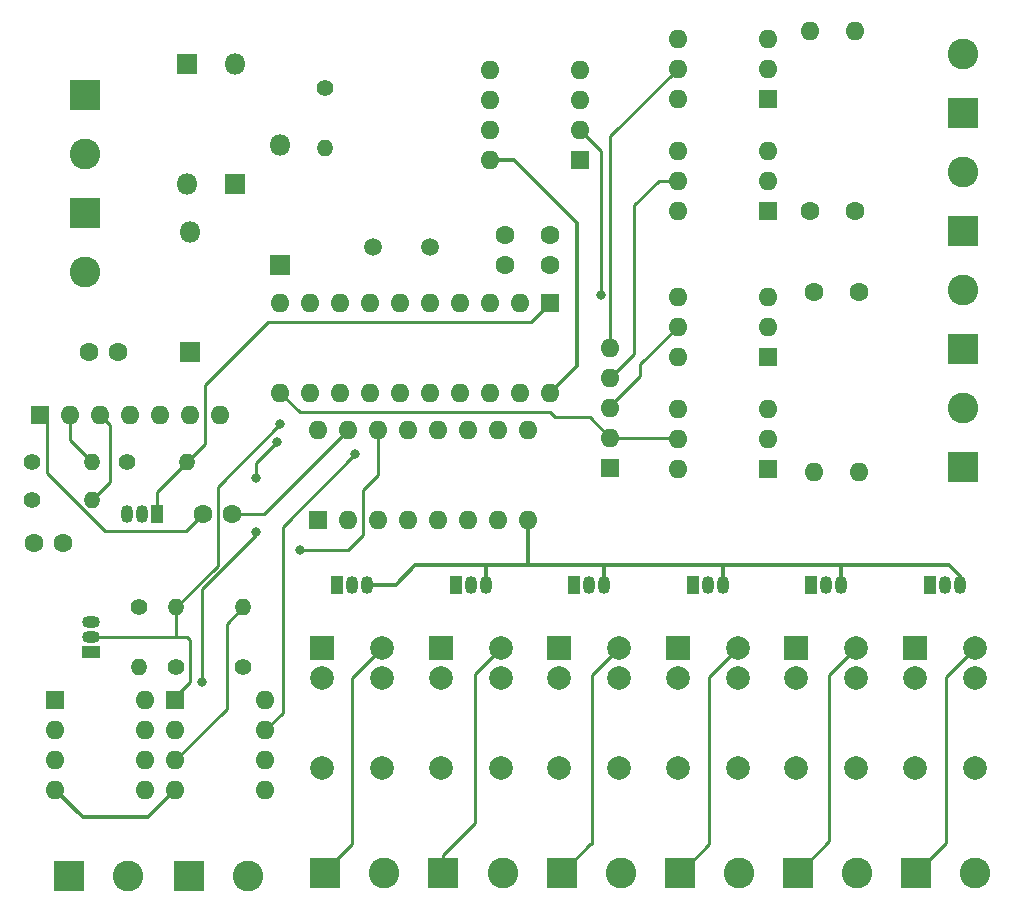
<source format=gbr>
%TF.GenerationSoftware,KiCad,Pcbnew,6.0.7*%
%TF.CreationDate,2022-09-29T13:58:52+02:00*%
%TF.ProjectId,HP_device,48505f64-6576-4696-9365-2e6b69636164,rev?*%
%TF.SameCoordinates,Original*%
%TF.FileFunction,Copper,L1,Top*%
%TF.FilePolarity,Positive*%
%FSLAX46Y46*%
G04 Gerber Fmt 4.6, Leading zero omitted, Abs format (unit mm)*
G04 Created by KiCad (PCBNEW 6.0.7) date 2022-09-29 13:58:52*
%MOMM*%
%LPD*%
G01*
G04 APERTURE LIST*
%TA.AperFunction,ComponentPad*%
%ADD10R,1.600000X1.600000*%
%TD*%
%TA.AperFunction,ComponentPad*%
%ADD11O,1.600000X1.600000*%
%TD*%
%TA.AperFunction,ComponentPad*%
%ADD12C,1.600000*%
%TD*%
%TA.AperFunction,ComponentPad*%
%ADD13O,1.800000X1.800000*%
%TD*%
%TA.AperFunction,ComponentPad*%
%ADD14R,1.800000X1.800000*%
%TD*%
%TA.AperFunction,ComponentPad*%
%ADD15C,2.600000*%
%TD*%
%TA.AperFunction,ComponentPad*%
%ADD16R,2.600000X2.600000*%
%TD*%
%TA.AperFunction,ComponentPad*%
%ADD17O,1.400000X1.400000*%
%TD*%
%TA.AperFunction,ComponentPad*%
%ADD18C,1.400000*%
%TD*%
%TA.AperFunction,ComponentPad*%
%ADD19R,2.000000X2.000000*%
%TD*%
%TA.AperFunction,ComponentPad*%
%ADD20C,2.000000*%
%TD*%
%TA.AperFunction,ComponentPad*%
%ADD21R,1.500000X1.050000*%
%TD*%
%TA.AperFunction,ComponentPad*%
%ADD22O,1.500000X1.050000*%
%TD*%
%TA.AperFunction,ComponentPad*%
%ADD23O,1.050000X1.500000*%
%TD*%
%TA.AperFunction,ComponentPad*%
%ADD24R,1.050000X1.500000*%
%TD*%
%TA.AperFunction,ComponentPad*%
%ADD25C,1.500000*%
%TD*%
%TA.AperFunction,ViaPad*%
%ADD26C,0.800000*%
%TD*%
%TA.AperFunction,Conductor*%
%ADD27C,0.250000*%
%TD*%
%TA.AperFunction,Conductor*%
%ADD28C,0.350000*%
%TD*%
G04 APERTURE END LIST*
D10*
%TO.P,U7,1*%
%TO.N,Net-(R3-Pad1)*%
X89535000Y-61722000D03*
D11*
%TO.P,U7,2*%
%TO.N,Net-(U7-Pad2)*%
X89535000Y-59182000D03*
%TO.P,U7,3,NC*%
%TO.N,unconnected-(U7-Pad3)*%
X89535000Y-56642000D03*
%TO.P,U7,4*%
%TO.N,GND*%
X81915000Y-56642000D03*
%TO.P,U7,5*%
%TO.N,/EHS*%
X81915000Y-59182000D03*
%TO.P,U7,6*%
%TO.N,unconnected-(U7-Pad6)*%
X81915000Y-61722000D03*
%TD*%
D12*
%TO.P,C3,2*%
%TO.N,GND*%
X32044000Y-51816000D03*
%TO.P,C3,1*%
%TO.N,+5V*%
X34544000Y-51816000D03*
%TD*%
D13*
%TO.P,D1,2,A*%
%TO.N,Net-(D1-Pad2)*%
X40640000Y-41656000D03*
D14*
%TO.P,D1,1,K*%
%TO.N,+5V*%
X40640000Y-51816000D03*
%TD*%
D13*
%TO.P,D2,2,A*%
%TO.N,/RS-*%
X40386000Y-37592000D03*
D14*
%TO.P,D2,1,K*%
%TO.N,/RS+*%
X40386000Y-27432000D03*
%TD*%
D13*
%TO.P,D3,2,A*%
%TO.N,/RS-*%
X48260000Y-34290000D03*
D14*
%TO.P,D3,1,K*%
%TO.N,GND*%
X48260000Y-44450000D03*
%TD*%
D15*
%TO.P,J1,2,Pin_2*%
%TO.N,/RS-*%
X31750000Y-35000000D03*
D16*
%TO.P,J1,1,Pin_1*%
%TO.N,/RS+*%
X31750000Y-30000000D03*
%TD*%
D15*
%TO.P,J2,2,Pin_2*%
%TO.N,Net-(D1-Pad2)*%
X31750000Y-45000000D03*
D16*
%TO.P,J2,1,Pin_1*%
%TO.N,GND*%
X31750000Y-40000000D03*
%TD*%
D11*
%TO.P,U5,8,VCC*%
%TO.N,+5V*%
X66040000Y-35560000D03*
%TO.P,U5,7,B*%
%TO.N,/RS-*%
X66040000Y-33020000D03*
%TO.P,U5,6,A*%
%TO.N,/RS+*%
X66040000Y-30480000D03*
%TO.P,U5,5,GND*%
%TO.N,GND*%
X66040000Y-27940000D03*
%TO.P,U5,4,D*%
%TO.N,TXD*%
X73660000Y-27940000D03*
%TO.P,U5,3,DE*%
%TO.N,DRIVE*%
X73660000Y-30480000D03*
%TO.P,U5,2,NRE*%
X73660000Y-33020000D03*
D10*
%TO.P,U5,1,R*%
%TO.N,RXD*%
X73660000Y-35560000D03*
%TD*%
D17*
%TO.P,R8,2*%
%TO.N,/RS-*%
X52070000Y-34544000D03*
D18*
%TO.P,R8,1*%
%TO.N,/RS+*%
X52070000Y-29464000D03*
%TD*%
D13*
%TO.P,D4,2,A*%
%TO.N,/RS+*%
X44450000Y-27432000D03*
D14*
%TO.P,D4,1,K*%
%TO.N,GND*%
X44450000Y-37592000D03*
%TD*%
D12*
%TO.P,C1,1*%
%TO.N,Net-(C1-Pad1)*%
X67310000Y-44410000D03*
%TO.P,C1,2*%
%TO.N,GND*%
X67310000Y-41910000D03*
%TD*%
%TO.P,C2,1*%
%TO.N,Net-(C2-Pad1)*%
X71120000Y-44410000D03*
%TO.P,C2,2*%
%TO.N,GND*%
X71120000Y-41910000D03*
%TD*%
D15*
%TO.P,J3,2,Pin_2*%
%TO.N,Net-(U6-Pad2)*%
X106045000Y-46515000D03*
D16*
%TO.P,J3,1,Pin_1*%
%TO.N,Net-(R2-Pad2)*%
X106045000Y-51515000D03*
%TD*%
D15*
%TO.P,J4,2,Pin_2*%
%TO.N,Net-(U7-Pad2)*%
X106045000Y-56515000D03*
D16*
%TO.P,J4,1,Pin_1*%
%TO.N,Net-(R3-Pad2)*%
X106045000Y-61515000D03*
%TD*%
D15*
%TO.P,J5,2,Pin_2*%
%TO.N,Net-(J5-Pad2)*%
X106045000Y-36515000D03*
D16*
%TO.P,J5,1,Pin_1*%
%TO.N,Net-(J5-Pad1)*%
X106045000Y-41515000D03*
%TD*%
D15*
%TO.P,J6,2,Pin_2*%
%TO.N,Net-(J6-Pad2)*%
X106045000Y-26515000D03*
D16*
%TO.P,J6,1,Pin_1*%
%TO.N,Net-(J6-Pad1)*%
X106045000Y-31515000D03*
%TD*%
%TO.P,J7,1,Pin_1*%
%TO.N,Net-(U2-Pad6)*%
X30395000Y-96135000D03*
D15*
%TO.P,J7,2,Pin_2*%
%TO.N,Net-(U2-Pad5)*%
X35395000Y-96135000D03*
%TD*%
D16*
%TO.P,J8,1,Pin_1*%
%TO.N,Net-(J8-Pad1)*%
X40555000Y-96135000D03*
D15*
%TO.P,J8,2,Pin_2*%
%TO.N,Net-(J8-Pad2)*%
X45555000Y-96135000D03*
%TD*%
D16*
%TO.P,J9,1,Pin_1*%
%TO.N,/DHWA*%
X52070000Y-95885000D03*
D15*
%TO.P,J9,2,Pin_2*%
%TO.N,/DHWB*%
X57070000Y-95885000D03*
%TD*%
D16*
%TO.P,J10,1,Pin_1*%
%TO.N,/ONA*%
X62070000Y-95885000D03*
D15*
%TO.P,J10,2,Pin_2*%
%TO.N,/ONB*%
X67070000Y-95885000D03*
%TD*%
D16*
%TO.P,J11,1,Pin_1*%
%TO.N,/DSETA*%
X72070000Y-95885000D03*
D15*
%TO.P,J11,2,Pin_2*%
%TO.N,/DSETB*%
X77070000Y-95885000D03*
%TD*%
D16*
%TO.P,J12,1,Pin_1*%
%TO.N,/OPMA*%
X82070000Y-95885000D03*
D15*
%TO.P,J12,2,Pin_2*%
%TO.N,/OPMB*%
X87070000Y-95885000D03*
%TD*%
D16*
%TO.P,J13,1,Pin_1*%
%TO.N,/NOCA*%
X92070000Y-95885000D03*
D15*
%TO.P,J13,2,Pin_2*%
%TO.N,/NOCB*%
X97070000Y-95885000D03*
%TD*%
D16*
%TO.P,J14,1,Pin_1*%
%TO.N,/LTA*%
X102070000Y-95885000D03*
D15*
%TO.P,J14,2,Pin_2*%
%TO.N,/LTB*%
X107070000Y-95885000D03*
%TD*%
D19*
%TO.P,K1,1*%
%TO.N,unconnected-(K1-Pad1)*%
X51825000Y-76835000D03*
D20*
%TO.P,K1,2*%
%TO.N,+5V*%
X51825000Y-79375000D03*
%TO.P,K1,5*%
%TO.N,/DHWB*%
X51825000Y-86995000D03*
%TO.P,K1,6*%
X56905000Y-86995000D03*
%TO.P,K1,9*%
%TO.N,/C_DHW*%
X56905000Y-79375000D03*
%TO.P,K1,10*%
%TO.N,/DHWA*%
X56905000Y-76835000D03*
%TD*%
D19*
%TO.P,K2,1*%
%TO.N,unconnected-(K2-Pad1)*%
X61858000Y-76835000D03*
D20*
%TO.P,K2,2*%
%TO.N,+5V*%
X61858000Y-79375000D03*
%TO.P,K2,5*%
%TO.N,/ONB*%
X61858000Y-86995000D03*
%TO.P,K2,6*%
X66938000Y-86995000D03*
%TO.P,K2,9*%
%TO.N,/C_ON*%
X66938000Y-79375000D03*
%TO.P,K2,10*%
%TO.N,/ONA*%
X66938000Y-76835000D03*
%TD*%
D19*
%TO.P,K3,1*%
%TO.N,unconnected-(K3-Pad1)*%
X71891000Y-76835000D03*
D20*
%TO.P,K3,2*%
%TO.N,+5V*%
X71891000Y-79375000D03*
%TO.P,K3,5*%
%TO.N,/DSETB*%
X71891000Y-86995000D03*
%TO.P,K3,6*%
X76971000Y-86995000D03*
%TO.P,K3,9*%
%TO.N,/C_DSET*%
X76971000Y-79375000D03*
%TO.P,K3,10*%
%TO.N,/DSETA*%
X76971000Y-76835000D03*
%TD*%
D19*
%TO.P,K4,1*%
%TO.N,unconnected-(K4-Pad1)*%
X81924000Y-76835000D03*
D20*
%TO.P,K4,2*%
%TO.N,+5V*%
X81924000Y-79375000D03*
%TO.P,K4,5*%
%TO.N,/OPMB*%
X81924000Y-86995000D03*
%TO.P,K4,6*%
X87004000Y-86995000D03*
%TO.P,K4,9*%
%TO.N,/C_OPM*%
X87004000Y-79375000D03*
%TO.P,K4,10*%
%TO.N,/OPMA*%
X87004000Y-76835000D03*
%TD*%
D19*
%TO.P,K5,1*%
%TO.N,unconnected-(K5-Pad1)*%
X91957000Y-76835000D03*
D20*
%TO.P,K5,2*%
%TO.N,+5V*%
X91957000Y-79375000D03*
%TO.P,K5,5*%
%TO.N,/NOCB*%
X91957000Y-86995000D03*
%TO.P,K5,6*%
X97037000Y-86995000D03*
%TO.P,K5,9*%
%TO.N,/C_NOC*%
X97037000Y-79375000D03*
%TO.P,K5,10*%
%TO.N,/NOCA*%
X97037000Y-76835000D03*
%TD*%
D19*
%TO.P,K6,1*%
%TO.N,unconnected-(K6-Pad1)*%
X101990000Y-76835000D03*
D20*
%TO.P,K6,2*%
%TO.N,+5V*%
X101990000Y-79375000D03*
%TO.P,K6,5*%
%TO.N,/LTB*%
X101990000Y-86995000D03*
%TO.P,K6,6*%
X107070000Y-86995000D03*
%TO.P,K6,9*%
%TO.N,/C_LT*%
X107070000Y-79375000D03*
%TO.P,K6,10*%
%TO.N,/LTA*%
X107070000Y-76835000D03*
%TD*%
D21*
%TO.P,Q1,1,D*%
%TO.N,Net-(Q1-Pad1)*%
X32227500Y-77216000D03*
D22*
%TO.P,Q1,2,G*%
%TO.N,/W_CSEL*%
X32227500Y-75946000D03*
%TO.P,Q1,3,S*%
%TO.N,GND*%
X32227500Y-74676000D03*
%TD*%
D23*
%TO.P,Q2,3,S*%
%TO.N,GND*%
X55635000Y-71480000D03*
%TO.P,Q2,2,G*%
%TO.N,/DHW*%
X54365000Y-71480000D03*
D24*
%TO.P,Q2,1,D*%
%TO.N,/C_DHW*%
X53095000Y-71480000D03*
%TD*%
%TO.P,Q3,1,D*%
%TO.N,/C_ON*%
X63128000Y-71480000D03*
D23*
%TO.P,Q3,2,G*%
%TO.N,/ON*%
X64398000Y-71480000D03*
%TO.P,Q3,3,S*%
%TO.N,GND*%
X65668000Y-71480000D03*
%TD*%
D24*
%TO.P,Q4,1,D*%
%TO.N,/C_DSET*%
X73161000Y-71480000D03*
D23*
%TO.P,Q4,2,G*%
%TO.N,/DSET*%
X74431000Y-71480000D03*
%TO.P,Q4,3,S*%
%TO.N,GND*%
X75701000Y-71480000D03*
%TD*%
D24*
%TO.P,Q5,1,D*%
%TO.N,/C_OPM*%
X83194000Y-71480000D03*
D23*
%TO.P,Q5,2,G*%
%TO.N,/OPM*%
X84464000Y-71480000D03*
%TO.P,Q5,3,S*%
%TO.N,GND*%
X85734000Y-71480000D03*
%TD*%
D24*
%TO.P,Q6,1,D*%
%TO.N,/C_NOC*%
X93227000Y-71480000D03*
D23*
%TO.P,Q6,2,G*%
%TO.N,/NOC*%
X94497000Y-71480000D03*
%TO.P,Q6,3,S*%
%TO.N,GND*%
X95767000Y-71480000D03*
%TD*%
D24*
%TO.P,Q7,1,D*%
%TO.N,/C_LT*%
X103260000Y-71480000D03*
D23*
%TO.P,Q7,2,G*%
%TO.N,/LT*%
X104530000Y-71480000D03*
%TO.P,Q7,3,S*%
%TO.N,GND*%
X105800000Y-71480000D03*
%TD*%
D18*
%TO.P,R1,1*%
%TO.N,+5V*%
X36322000Y-73406000D03*
D17*
%TO.P,R1,2*%
%TO.N,Net-(Q1-Pad1)*%
X36322000Y-78486000D03*
%TD*%
D12*
%TO.P,R2,1*%
%TO.N,Net-(R2-Pad1)*%
X93472000Y-46736000D03*
D11*
%TO.P,R2,2*%
%TO.N,Net-(R2-Pad2)*%
X93472000Y-61976000D03*
%TD*%
%TO.P,R3,2*%
%TO.N,Net-(R3-Pad2)*%
X97282000Y-61976000D03*
D12*
%TO.P,R3,1*%
%TO.N,Net-(R3-Pad1)*%
X97282000Y-46736000D03*
%TD*%
D11*
%TO.P,R4,2*%
%TO.N,Net-(J5-Pad2)*%
X93095000Y-24630000D03*
D12*
%TO.P,R4,1*%
%TO.N,Net-(R4-Pad1)*%
X93095000Y-39870000D03*
%TD*%
D11*
%TO.P,R5,2*%
%TO.N,Net-(J6-Pad2)*%
X96905000Y-24630000D03*
D12*
%TO.P,R5,1*%
%TO.N,Net-(R5-Pad1)*%
X96905000Y-39870000D03*
%TD*%
D18*
%TO.P,R6,1*%
%TO.N,+5V*%
X45075500Y-78486000D03*
D17*
%TO.P,R6,2*%
%TO.N,/SERDATA*%
X45075500Y-73406000D03*
%TD*%
D18*
%TO.P,R7,1*%
%TO.N,+5V*%
X39456500Y-78486000D03*
D17*
%TO.P,R7,2*%
%TO.N,/W_CSEL*%
X39456500Y-73406000D03*
%TD*%
D10*
%TO.P,RN1,1,common*%
%TO.N,+5V*%
X76200000Y-61595000D03*
D11*
%TO.P,RN1,2,R1*%
%TO.N,/EHS*%
X76200000Y-59055000D03*
%TO.P,RN1,3,R2*%
%TO.N,/MODE*%
X76200000Y-56515000D03*
%TO.P,RN1,4,R3*%
%TO.N,/BCKUP*%
X76200000Y-53975000D03*
%TO.P,RN1,5,R4*%
%TO.N,/ALARM*%
X76200000Y-51435000D03*
%TD*%
D10*
%TO.P,U1,1,RST/VPP*%
%TO.N,Net-(Q8-Pad1)*%
X71120000Y-47625000D03*
D11*
%TO.P,U1,2,P3.0*%
%TO.N,RXD*%
X68580000Y-47625000D03*
%TO.P,U1,3,P3.1*%
%TO.N,TXD*%
X66040000Y-47625000D03*
%TO.P,U1,4,XTAL2*%
%TO.N,Net-(C2-Pad1)*%
X63500000Y-47625000D03*
%TO.P,U1,5,XTAL1*%
%TO.N,Net-(C1-Pad1)*%
X60960000Y-47625000D03*
%TO.P,U1,6,P3.2*%
%TO.N,DRIVE*%
X58420000Y-47625000D03*
%TO.P,U1,7,P3.3*%
%TO.N,/ALARM*%
X55880000Y-47625000D03*
%TO.P,U1,8,P3.4*%
%TO.N,/BCKUP*%
X53340000Y-47625000D03*
%TO.P,U1,9,P3.5*%
%TO.N,/MODE*%
X50800000Y-47625000D03*
%TO.P,U1,10,GND*%
%TO.N,GND*%
X48260000Y-47625000D03*
%TO.P,U1,11,P3.7*%
%TO.N,/EHS*%
X48260000Y-55245000D03*
%TO.P,U1,12,P1.0*%
%TO.N,/W_CSEL*%
X50800000Y-55245000D03*
%TO.P,U1,13,P1.1*%
%TO.N,/W_SCK*%
X53340000Y-55245000D03*
%TO.P,U1,14,P1.2*%
%TO.N,/W_SDO*%
X55880000Y-55245000D03*
%TO.P,U1,15,P1.3*%
%TO.N,/SERDATA*%
X58420000Y-55245000D03*
%TO.P,U1,16,P1.4*%
%TO.N,/NOE*%
X60960000Y-55245000D03*
%TO.P,U1,17,P1.5*%
%TO.N,/STCP*%
X63500000Y-55245000D03*
%TO.P,U1,18,P1.6*%
%TO.N,/SHCP*%
X66040000Y-55245000D03*
%TO.P,U1,19,P1.7*%
%TO.N,/NMR*%
X68580000Y-55245000D03*
%TO.P,U1,20,VCC*%
%TO.N,+5V*%
X71120000Y-55245000D03*
%TD*%
D10*
%TO.P,U2,1,~{CS}*%
%TO.N,Net-(Q1-Pad1)*%
X29210000Y-81225000D03*
D11*
%TO.P,U2,2,SCK*%
%TO.N,/W_SCK*%
X29210000Y-83765000D03*
%TO.P,U2,3,SDI*%
%TO.N,/SERDATA*%
X29210000Y-86305000D03*
%TO.P,U2,4,VSS*%
%TO.N,GND*%
X29210000Y-88845000D03*
%TO.P,U2,5,P0W*%
%TO.N,Net-(U2-Pad5)*%
X36830000Y-88845000D03*
%TO.P,U2,6,P0B*%
%TO.N,Net-(U2-Pad6)*%
X36830000Y-86305000D03*
%TO.P,U2,7,SDO*%
%TO.N,/W_SDO*%
X36830000Y-83765000D03*
%TO.P,U2,8,VDD*%
%TO.N,+5V*%
X36830000Y-81225000D03*
%TD*%
%TO.P,U3,8,VDD*%
%TO.N,+5V*%
X46990000Y-81225000D03*
%TO.P,U3,7,SDO*%
%TO.N,/W_SDO*%
X46990000Y-83765000D03*
%TO.P,U3,6,P0B*%
%TO.N,Net-(J8-Pad2)*%
X46990000Y-86305000D03*
%TO.P,U3,5,P0W*%
%TO.N,Net-(J8-Pad1)*%
X46990000Y-88845000D03*
%TO.P,U3,4,VSS*%
%TO.N,GND*%
X39370000Y-88845000D03*
%TO.P,U3,3,SDI*%
%TO.N,/SERDATA*%
X39370000Y-86305000D03*
%TO.P,U3,2,SCK*%
%TO.N,/W_SCK*%
X39370000Y-83765000D03*
D10*
%TO.P,U3,1,~{CS}*%
%TO.N,/W_CSEL*%
X39370000Y-81225000D03*
%TD*%
%TO.P,U4,1,QB*%
%TO.N,/DHW*%
X51435000Y-66040000D03*
D11*
%TO.P,U4,2,QC*%
%TO.N,/ON*%
X53975000Y-66040000D03*
%TO.P,U4,3,QD*%
%TO.N,/DSET*%
X56515000Y-66040000D03*
%TO.P,U4,4,QE*%
%TO.N,/OPM*%
X59055000Y-66040000D03*
%TO.P,U4,5,QF*%
%TO.N,/NOC*%
X61595000Y-66040000D03*
%TO.P,U4,6,QG*%
%TO.N,/LT*%
X64135000Y-66040000D03*
%TO.P,U4,7,QH*%
%TO.N,unconnected-(U4-Pad7)*%
X66675000Y-66040000D03*
%TO.P,U4,8,GND*%
%TO.N,GND*%
X69215000Y-66040000D03*
%TO.P,U4,9,QH'*%
%TO.N,unconnected-(U4-Pad9)*%
X69215000Y-58420000D03*
%TO.P,U4,10,~{SRCLR}*%
%TO.N,/NMR*%
X66675000Y-58420000D03*
%TO.P,U4,11,SRCLK*%
%TO.N,/SHCP*%
X64135000Y-58420000D03*
%TO.P,U4,12,RCLK*%
%TO.N,/STCP*%
X61595000Y-58420000D03*
%TO.P,U4,13,~{OE}*%
%TO.N,/NOE*%
X59055000Y-58420000D03*
%TO.P,U4,14,SER*%
%TO.N,/SERDATA*%
X56515000Y-58420000D03*
%TO.P,U4,15,QA*%
%TO.N,WD*%
X53975000Y-58420000D03*
%TO.P,U4,16,VCC*%
%TO.N,+5V*%
X51435000Y-58420000D03*
%TD*%
%TO.P,U6,6*%
%TO.N,unconnected-(U6-Pad6)*%
X81915000Y-52197000D03*
%TO.P,U6,5*%
%TO.N,/MODE*%
X81915000Y-49657000D03*
%TO.P,U6,4*%
%TO.N,GND*%
X81915000Y-47117000D03*
%TO.P,U6,3,NC*%
%TO.N,unconnected-(U6-Pad3)*%
X89535000Y-47117000D03*
%TO.P,U6,2*%
%TO.N,Net-(U6-Pad2)*%
X89535000Y-49657000D03*
D10*
%TO.P,U6,1*%
%TO.N,Net-(R2-Pad1)*%
X89535000Y-52197000D03*
%TD*%
D11*
%TO.P,U8,6*%
%TO.N,unconnected-(U8-Pad6)*%
X81915000Y-39850000D03*
%TO.P,U8,5*%
%TO.N,/BCKUP*%
X81915000Y-37310000D03*
%TO.P,U8,4*%
%TO.N,GND*%
X81915000Y-34770000D03*
%TO.P,U8,3,NC*%
%TO.N,unconnected-(U8-Pad3)*%
X89535000Y-34770000D03*
%TO.P,U8,2*%
%TO.N,Net-(J5-Pad1)*%
X89535000Y-37310000D03*
D10*
%TO.P,U8,1*%
%TO.N,Net-(R4-Pad1)*%
X89535000Y-39850000D03*
%TD*%
D11*
%TO.P,U9,6*%
%TO.N,unconnected-(U9-Pad6)*%
X81915000Y-30325000D03*
%TO.P,U9,5*%
%TO.N,/ALARM*%
X81915000Y-27785000D03*
%TO.P,U9,4*%
%TO.N,GND*%
X81915000Y-25245000D03*
%TO.P,U9,3,NC*%
%TO.N,unconnected-(U9-Pad3)*%
X89535000Y-25245000D03*
%TO.P,U9,2*%
%TO.N,Net-(J6-Pad1)*%
X89535000Y-27785000D03*
D10*
%TO.P,U9,1*%
%TO.N,Net-(R5-Pad1)*%
X89535000Y-30325000D03*
%TD*%
D25*
%TO.P,Y1,1,1*%
%TO.N,Net-(C1-Pad1)*%
X56080000Y-42926000D03*
%TO.P,Y1,2,2*%
%TO.N,Net-(C2-Pad1)*%
X60960000Y-42926000D03*
%TD*%
D12*
%TO.P,C4,1*%
%TO.N,WD*%
X44196000Y-65532000D03*
%TO.P,C4,2*%
%TO.N,Net-(C4-Pad2)*%
X41696000Y-65532000D03*
%TD*%
%TO.P,C5,1*%
%TO.N,Net-(C5-Pad1)*%
X27370000Y-67920000D03*
%TO.P,C5,2*%
%TO.N,GND*%
X29870000Y-67920000D03*
%TD*%
D18*
%TO.P,R10,1*%
%TO.N,+5V*%
X27270000Y-64270000D03*
D17*
%TO.P,R10,2*%
%TO.N,Net-(Q8-Pad2)*%
X32350000Y-64270000D03*
%TD*%
D24*
%TO.P,Q8,1,D*%
%TO.N,Net-(Q8-Pad1)*%
X37846000Y-65532000D03*
D23*
%TO.P,Q8,2,G*%
%TO.N,Net-(Q8-Pad2)*%
X36576000Y-65532000D03*
%TO.P,Q8,3,S*%
%TO.N,GND*%
X35306000Y-65532000D03*
%TD*%
D18*
%TO.P,R9,1*%
%TO.N,+5V*%
X27270000Y-61120000D03*
D17*
%TO.P,R9,2*%
%TO.N,Net-(C5-Pad1)*%
X32350000Y-61120000D03*
%TD*%
D10*
%TO.P,U10,1,WD*%
%TO.N,Net-(C4-Pad2)*%
X27940000Y-57150000D03*
D11*
%TO.P,U10,2,TC*%
%TO.N,Net-(C5-Pad1)*%
X30480000Y-57150000D03*
%TO.P,U10,3,RST*%
%TO.N,Net-(Q8-Pad2)*%
X33020000Y-57150000D03*
%TO.P,U10,4,GND*%
%TO.N,GND*%
X35560000Y-57150000D03*
%TO.P,U10,5,ADJ*%
%TO.N,+5V*%
X38100000Y-57150000D03*
%TO.P,U10,6,VCC*%
X40640000Y-57150000D03*
%TO.P,U10,7,RST2*%
%TO.N,unconnected-(U10-Pad7)*%
X43180000Y-57150000D03*
%TD*%
D18*
%TO.P,R11,1*%
%TO.N,+5V*%
X35300000Y-61120000D03*
D17*
%TO.P,R11,2*%
%TO.N,Net-(Q8-Pad1)*%
X40380000Y-61120000D03*
%TD*%
D26*
%TO.N,/SERDATA*%
X49911000Y-68580000D03*
%TO.N,/W_SDO*%
X54610000Y-60452000D03*
%TO.N,/W_SCK*%
X48006000Y-59423500D03*
X46228000Y-67056000D03*
X41656000Y-79756000D03*
X46228000Y-62484000D03*
%TO.N,/W_CSEL*%
X48260000Y-57912000D03*
%TO.N,DRIVE*%
X75438000Y-46990000D03*
%TD*%
D27*
%TO.N,/MODE*%
X78740000Y-53781009D02*
X78740000Y-52832000D01*
X76200000Y-56515000D02*
X76200000Y-56321009D01*
X76200000Y-56321009D02*
X78740000Y-53781009D01*
X78740000Y-52832000D02*
X81915000Y-49657000D01*
%TO.N,/EHS*%
X76200000Y-59055000D02*
X81788000Y-59055000D01*
X81788000Y-59055000D02*
X81915000Y-59182000D01*
X76200000Y-59055000D02*
X74440000Y-57295000D01*
X74440000Y-57295000D02*
X71519000Y-57295000D01*
X71519000Y-57295000D02*
X71120000Y-56896000D01*
X49911000Y-56896000D02*
X48260000Y-55245000D01*
X71120000Y-56896000D02*
X49911000Y-56896000D01*
%TO.N,/SERDATA*%
X55245000Y-63500000D02*
X56515000Y-62230000D01*
X49911000Y-68580000D02*
X53975000Y-68580000D01*
X53975000Y-68580000D02*
X55245000Y-67310000D01*
X55245000Y-67310000D02*
X55245000Y-63500000D01*
X56515000Y-62230000D02*
X56515000Y-58420000D01*
X39370000Y-86305000D02*
X43713321Y-81961679D01*
X43713321Y-81961679D02*
X43713321Y-74768179D01*
X43713321Y-74768179D02*
X45075500Y-73406000D01*
%TO.N,/W_SDO*%
X54610000Y-60452000D02*
X48443601Y-66618399D01*
X48443601Y-66618399D02*
X48443601Y-82311399D01*
X48443601Y-82311399D02*
X46990000Y-83765000D01*
%TO.N,/W_SCK*%
X46228000Y-62484000D02*
X46228000Y-61201500D01*
X46228000Y-67270896D02*
X46228000Y-67056000D01*
X41656000Y-79756000D02*
X41656000Y-71842896D01*
X41656000Y-71842896D02*
X46228000Y-67270896D01*
X46228000Y-61201500D02*
X48006000Y-59423500D01*
%TO.N,Net-(Q8-Pad1)*%
X40380000Y-61120000D02*
X41910000Y-59590000D01*
X41910000Y-54610000D02*
X47244000Y-49276000D01*
X41910000Y-59590000D02*
X41910000Y-54610000D01*
X47244000Y-49276000D02*
X69469000Y-49276000D01*
X69469000Y-49276000D02*
X71120000Y-47625000D01*
%TO.N,/W_CSEL*%
X42944699Y-63227301D02*
X42944699Y-69917801D01*
X48260000Y-57912000D02*
X42944699Y-63227301D01*
X42944699Y-69917801D02*
X39456500Y-73406000D01*
X32227500Y-75946000D02*
X39370000Y-75946000D01*
X39370000Y-75946000D02*
X40386000Y-75946000D01*
X39456500Y-73406000D02*
X39456500Y-75859500D01*
X39456500Y-75859500D02*
X39370000Y-75946000D01*
X39370000Y-81225000D02*
X39370000Y-81026000D01*
X39370000Y-81026000D02*
X40640000Y-79756000D01*
X40386000Y-75946000D02*
X40640000Y-76200000D01*
X40640000Y-76200000D02*
X40640000Y-79756000D01*
D28*
%TO.N,GND*%
X29210000Y-88845000D02*
X31551000Y-91186000D01*
X31551000Y-91186000D02*
X37029000Y-91186000D01*
X37029000Y-91186000D02*
X39370000Y-88845000D01*
D27*
%TO.N,/DHWA*%
X52070000Y-95758000D02*
X54356000Y-93472000D01*
X52070000Y-95885000D02*
X52070000Y-95758000D01*
X54356000Y-93472000D02*
X54356000Y-79384000D01*
X54356000Y-79384000D02*
X56905000Y-76835000D01*
%TO.N,/DSETA*%
X74483000Y-93472000D02*
X74676000Y-93472000D01*
X72070000Y-95885000D02*
X74483000Y-93472000D01*
X74676000Y-93472000D02*
X74676000Y-79130000D01*
X74676000Y-79130000D02*
X76971000Y-76835000D01*
%TO.N,/OPMA*%
X82169000Y-95885000D02*
X84582000Y-93472000D01*
X82070000Y-95885000D02*
X82169000Y-95885000D01*
X84582000Y-93472000D02*
X84582000Y-79257000D01*
X84582000Y-79257000D02*
X87004000Y-76835000D01*
%TO.N,/NOCA*%
X92070000Y-95885000D02*
X94742000Y-93213000D01*
X94742000Y-93213000D02*
X94742000Y-79130000D01*
X94742000Y-79130000D02*
X97037000Y-76835000D01*
%TO.N,/LTA*%
X102070000Y-95885000D02*
X104648000Y-93307000D01*
X104648000Y-93307000D02*
X104648000Y-79257000D01*
X104648000Y-79257000D02*
X107070000Y-76835000D01*
%TO.N,/ONA*%
X62070000Y-94394000D02*
X64770000Y-91694000D01*
X62070000Y-95885000D02*
X62070000Y-94394000D01*
X64770000Y-79003000D02*
X66938000Y-76835000D01*
X64770000Y-91694000D02*
X64770000Y-79003000D01*
D28*
%TO.N,GND*%
X65786000Y-69850000D02*
X69342000Y-69850000D01*
X69342000Y-69850000D02*
X75692000Y-69850000D01*
X69215000Y-66040000D02*
X69215000Y-69723000D01*
X69215000Y-69723000D02*
X69342000Y-69850000D01*
X59690000Y-69850000D02*
X65786000Y-69850000D01*
X65668000Y-71480000D02*
X65668000Y-69968000D01*
X65668000Y-69968000D02*
X65786000Y-69850000D01*
X75692000Y-69850000D02*
X85852000Y-69850000D01*
X75701000Y-71480000D02*
X75701000Y-69859000D01*
X75701000Y-69859000D02*
X75692000Y-69850000D01*
X85852000Y-69850000D02*
X95758000Y-69850000D01*
X85734000Y-71480000D02*
X85734000Y-69968000D01*
X85734000Y-69968000D02*
X85852000Y-69850000D01*
X95758000Y-69850000D02*
X104902000Y-69850000D01*
X95767000Y-71480000D02*
X95767000Y-69859000D01*
X95767000Y-69859000D02*
X95758000Y-69850000D01*
X104902000Y-69850000D02*
X105800000Y-70748000D01*
X105800000Y-70748000D02*
X105800000Y-71480000D01*
X55635000Y-71480000D02*
X58060000Y-71480000D01*
X58060000Y-71480000D02*
X59690000Y-69850000D01*
D27*
%TO.N,/BCKUP*%
X78232000Y-51943000D02*
X78232000Y-39370000D01*
X76200000Y-53975000D02*
X78232000Y-51943000D01*
X78232000Y-39370000D02*
X80292000Y-37310000D01*
X80292000Y-37310000D02*
X81915000Y-37310000D01*
%TO.N,/ALARM*%
X81915000Y-27785000D02*
X76200000Y-33500000D01*
X76200000Y-33500000D02*
X76200000Y-51435000D01*
%TO.N,Net-(Q8-Pad1)*%
X37846000Y-65532000D02*
X37846000Y-63654000D01*
X37846000Y-63654000D02*
X40380000Y-61120000D01*
%TO.N,WD*%
X44196000Y-65532000D02*
X46863000Y-65532000D01*
X46863000Y-65532000D02*
X53975000Y-58420000D01*
%TO.N,Net-(C4-Pad2)*%
X41696000Y-65532000D02*
X40288110Y-66939890D01*
X28484590Y-62012590D02*
X28484590Y-57694590D01*
X40288110Y-66939890D02*
X33411890Y-66939890D01*
X28484590Y-57694590D02*
X27940000Y-57150000D01*
X33411890Y-66939890D02*
X28484590Y-62012590D01*
%TO.N,Net-(Q8-Pad2)*%
X33020000Y-57150000D02*
X33819999Y-57949999D01*
X33819999Y-62800001D02*
X32350000Y-64270000D01*
X33819999Y-57949999D02*
X33819999Y-62800001D01*
%TO.N,Net-(C5-Pad1)*%
X30480000Y-57150000D02*
X30480000Y-59250000D01*
X30480000Y-59250000D02*
X32350000Y-61120000D01*
%TO.N,DRIVE*%
X75438000Y-46990000D02*
X75438000Y-34798000D01*
X75438000Y-34798000D02*
X73660000Y-33020000D01*
D28*
%TO.N,+5V*%
X68072000Y-35560000D02*
X73406000Y-40894000D01*
X73406000Y-52959000D02*
X71120000Y-55245000D01*
X66040000Y-35560000D02*
X68072000Y-35560000D01*
X73406000Y-40894000D02*
X73406000Y-52959000D01*
%TD*%
M02*

</source>
